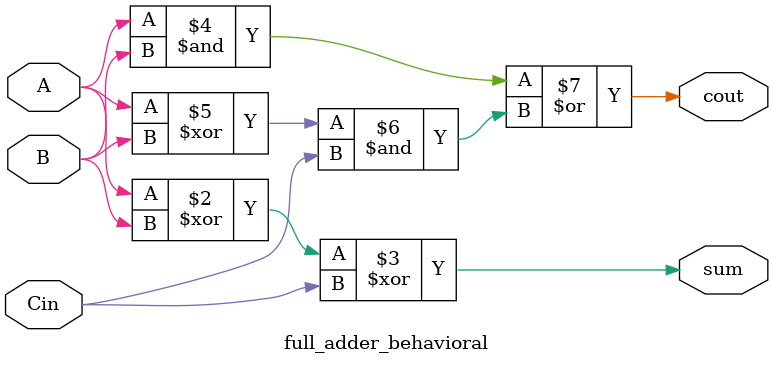
<source format=v>
module full_adder_gate(
  input A,B,Cin,
  output sum,cout
);
  wire w1,w2,w3;

  xor x1(w1,A,B);
  xor x2(sum,w1,Cin);

  and a1(w2,A,B);
  and a2(w3,w1,Cin);
  
  or r1(cout,w2,w3);
  
endmodule


// Implementing full Adder using Dataflow Modeling
// Using Boolean equations with continuous assignment

module full_adder_dataflow(
  input A,B,Cin,
  output sum,cout
);
  
  assign sum=A^B^Cin;
  assign cout=A&B|((A^B)&Cin);
  
endmodule



//Implementing full Adder using Behavioral Modeling
// Using procedural always block

module full_adder_behavioral(
  input A,B,Cin,
  output reg sum,cout
);
  
  always @(*) begin
    sum=A^B^Cin;
    cout=A&B|((A^B)&Cin);
  end
  
endmodule

</source>
